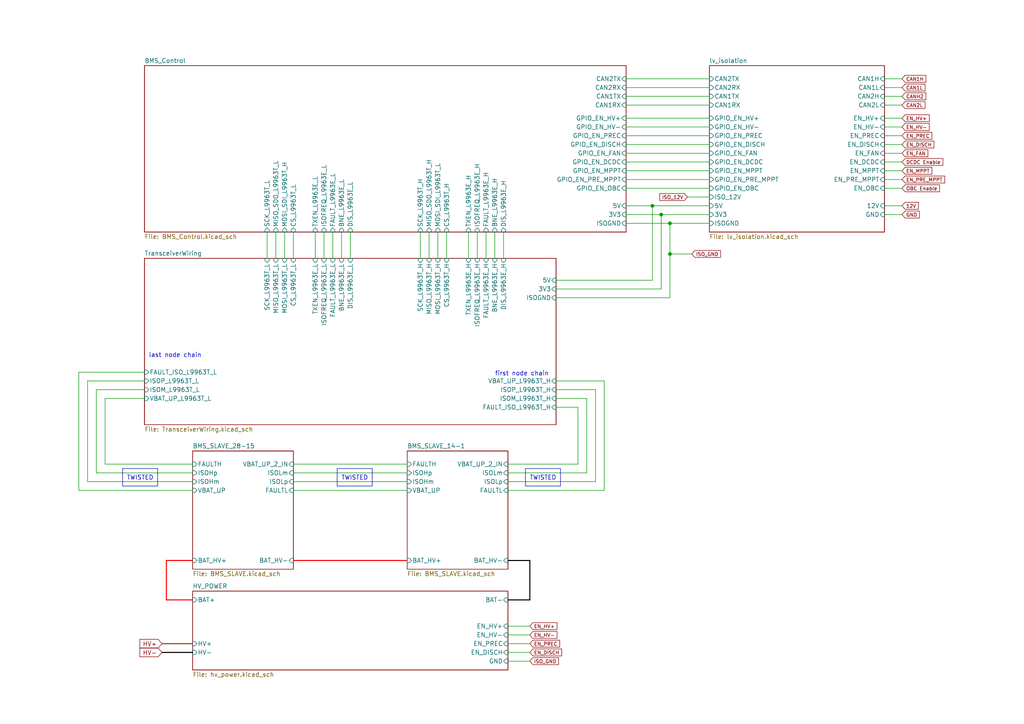
<source format=kicad_sch>
(kicad_sch
	(version 20250114)
	(generator "eeschema")
	(generator_version "9.0")
	(uuid "c31fe9fb-5de9-4d8b-851d-b3ae77944567")
	(paper "A4")
	(title_block
		(title "Main page")
		(date "2025-09-20")
		(rev "6.0")
	)
	(lib_symbols)
	(rectangle
		(start 97.79 135.89)
		(end 107.95 140.97)
		(stroke
			(width 0)
			(type default)
		)
		(fill
			(type none)
		)
		(uuid 12debf14-c677-4d82-8d67-71a0988f9933)
	)
	(rectangle
		(start 152.4 135.89)
		(end 162.56 140.97)
		(stroke
			(width 0)
			(type default)
		)
		(fill
			(type none)
		)
		(uuid 7cccb632-5922-48f5-a3b8-f3d76ecf37d3)
	)
	(rectangle
		(start 35.56 135.89)
		(end 45.72 140.97)
		(stroke
			(width 0)
			(type default)
		)
		(fill
			(type none)
		)
		(uuid 9e1dfd06-2cd2-4c41-af77-e59589a1c474)
	)
	(text "first node chain"
		(exclude_from_sim no)
		(at 151.384 108.458 0)
		(effects
			(font
				(size 1.27 1.27)
			)
		)
		(uuid "0adf6c6f-68ad-4ff5-960e-73ffcab89335")
	)
	(text "TWISTED"
		(exclude_from_sim no)
		(at 102.87 138.684 0)
		(effects
			(font
				(size 1.27 1.27)
			)
		)
		(uuid "11a32f24-2f63-46db-8516-ba07ab1829fb")
	)
	(text "TWISTED"
		(exclude_from_sim no)
		(at 157.48 138.684 0)
		(effects
			(font
				(size 1.27 1.27)
			)
		)
		(uuid "78988f78-1cdd-487f-bd14-4843f8f842f0")
	)
	(text "TWISTED"
		(exclude_from_sim no)
		(at 40.64 138.684 0)
		(effects
			(font
				(size 1.27 1.27)
			)
		)
		(uuid "91a69b52-a3ae-40f4-b9bd-8e1e9f81c401")
	)
	(text "last node chain"
		(exclude_from_sim no)
		(at 50.8 103.124 0)
		(effects
			(font
				(size 1.27 1.27)
			)
		)
		(uuid "ae7fb9b3-48e5-4590-8efc-3e5e61a6b69d")
	)
	(junction
		(at 189.23 59.69)
		(diameter 0)
		(color 0 0 0 0)
		(uuid "79d9dbe8-2a53-4dad-a008-91d3a7e5fcc2")
	)
	(junction
		(at 194.31 64.77)
		(diameter 0)
		(color 0 0 0 0)
		(uuid "948a4b7f-6703-4ee8-85e1-2662cad88e42")
	)
	(junction
		(at 194.31 73.66)
		(diameter 0)
		(color 0 0 0 0)
		(uuid "969e220b-387e-4444-b3b0-b172c018d197")
	)
	(junction
		(at 191.77 62.23)
		(diameter 0)
		(color 0 0 0 0)
		(uuid "cffad9bf-79ab-4ecb-9a9b-e261f44d5054")
	)
	(wire
		(pts
			(xy 138.43 67.31) (xy 138.43 74.93)
		)
		(stroke
			(width 0)
			(type default)
		)
		(uuid "0113d2af-1ed2-4925-8ee9-addd578e36e1")
	)
	(wire
		(pts
			(xy 191.77 62.23) (xy 205.74 62.23)
		)
		(stroke
			(width 0)
			(type default)
		)
		(uuid "07b9ed43-7a79-46ae-90c4-8850e2942338")
	)
	(wire
		(pts
			(xy 181.61 54.61) (xy 205.74 54.61)
		)
		(stroke
			(width 0)
			(type default)
		)
		(uuid "081ba64a-6588-453a-9589-2713a45c24df")
	)
	(wire
		(pts
			(xy 161.29 115.57) (xy 170.18 115.57)
		)
		(stroke
			(width 0)
			(type default)
		)
		(uuid "086954c8-bf71-4e5d-83ce-dfd96a5aadea")
	)
	(wire
		(pts
			(xy 46.99 186.69) (xy 55.88 186.69)
		)
		(stroke
			(width 0)
			(type default)
		)
		(uuid "0ab9a563-9e5c-4c34-820d-f7320878d35e")
	)
	(wire
		(pts
			(xy 48.26 162.56) (xy 48.26 173.99)
		)
		(stroke
			(width 0.3)
			(type default)
			(color 255 0 0 1)
		)
		(uuid "0cf37c03-aac2-4c15-92cc-b8c161ee01af")
	)
	(wire
		(pts
			(xy 153.67 162.56) (xy 153.67 173.99)
		)
		(stroke
			(width 0.3)
			(type default)
			(color 0 0 0 1)
		)
		(uuid "0f083e57-5433-4358-a24c-179db7bedf60")
	)
	(wire
		(pts
			(xy 199.39 57.15) (xy 205.74 57.15)
		)
		(stroke
			(width 0)
			(type default)
		)
		(uuid "103266cf-cb27-43c7-b295-2ae88e1ca842")
	)
	(wire
		(pts
			(xy 153.67 181.61) (xy 147.32 181.61)
		)
		(stroke
			(width 0)
			(type default)
		)
		(uuid "14da3cdb-fef3-490f-af45-dc55e81c75bd")
	)
	(wire
		(pts
			(xy 124.46 67.31) (xy 124.46 74.93)
		)
		(stroke
			(width 0)
			(type default)
		)
		(uuid "18658c34-105f-488c-a321-b68771dbaef5")
	)
	(wire
		(pts
			(xy 101.6 67.31) (xy 101.6 74.93)
		)
		(stroke
			(width 0)
			(type default)
		)
		(uuid "1975da14-8f72-420b-bfa4-cdedf29c82c8")
	)
	(wire
		(pts
			(xy 181.61 44.45) (xy 205.74 44.45)
		)
		(stroke
			(width 0)
			(type default)
		)
		(uuid "1ff5fe27-ed70-4012-9e8a-e262a5d880d5")
	)
	(wire
		(pts
			(xy 147.32 139.7) (xy 172.72 139.7)
		)
		(stroke
			(width 0)
			(type default)
		)
		(uuid "20e58a64-b208-4e0c-866a-4696c10cce0a")
	)
	(wire
		(pts
			(xy 261.62 49.53) (xy 256.54 49.53)
		)
		(stroke
			(width 0)
			(type default)
		)
		(uuid "228bf706-89b9-42de-91ea-232d2b1b5edb")
	)
	(wire
		(pts
			(xy 27.94 137.16) (xy 27.94 113.03)
		)
		(stroke
			(width 0)
			(type default)
		)
		(uuid "23cf768e-e283-47ed-9e06-8c7ffc4b87c7")
	)
	(wire
		(pts
			(xy 161.29 118.11) (xy 167.64 118.11)
		)
		(stroke
			(width 0)
			(type default)
		)
		(uuid "24e5d006-5df4-4762-984a-6e8f96acb9fd")
	)
	(wire
		(pts
			(xy 261.62 54.61) (xy 256.54 54.61)
		)
		(stroke
			(width 0)
			(type default)
		)
		(uuid "292738a7-873c-4f62-90f8-f77e02210b56")
	)
	(wire
		(pts
			(xy 153.67 184.15) (xy 147.32 184.15)
		)
		(stroke
			(width 0)
			(type default)
		)
		(uuid "2a50895a-9c44-47e3-8f82-dbb16d7ee1c3")
	)
	(wire
		(pts
			(xy 181.61 36.83) (xy 205.74 36.83)
		)
		(stroke
			(width 0)
			(type default)
		)
		(uuid "31820f45-cf65-4318-b918-f55bd3b0dc59")
	)
	(wire
		(pts
			(xy 181.61 22.86) (xy 205.74 22.86)
		)
		(stroke
			(width 0)
			(type default)
		)
		(uuid "36825dd5-541c-4103-b8f0-e089d506bba1")
	)
	(wire
		(pts
			(xy 140.97 67.31) (xy 140.97 74.93)
		)
		(stroke
			(width 0)
			(type default)
		)
		(uuid "369d310b-20a2-4aa1-bb02-943dc59a0135")
	)
	(wire
		(pts
			(xy 153.67 191.77) (xy 147.32 191.77)
		)
		(stroke
			(width 0)
			(type default)
		)
		(uuid "37b142f2-d5db-4661-b3d6-318296601049")
	)
	(wire
		(pts
			(xy 161.29 110.49) (xy 175.26 110.49)
		)
		(stroke
			(width 0)
			(type default)
		)
		(uuid "37c8c2d5-c15f-45b2-9137-c7d369432771")
	)
	(wire
		(pts
			(xy 129.54 67.31) (xy 129.54 74.93)
		)
		(stroke
			(width 0)
			(type default)
		)
		(uuid "40184536-db8f-422c-a3d3-d4eab1ad1858")
	)
	(wire
		(pts
			(xy 181.61 46.99) (xy 205.74 46.99)
		)
		(stroke
			(width 0)
			(type default)
		)
		(uuid "41be7e51-9e75-466e-82d8-6316e4f8b489")
	)
	(wire
		(pts
			(xy 172.72 139.7) (xy 172.72 113.03)
		)
		(stroke
			(width 0)
			(type default)
		)
		(uuid "47a6f1e4-80d9-4bbb-94b7-b6d19fa3f8c4")
	)
	(wire
		(pts
			(xy 161.29 86.36) (xy 194.31 86.36)
		)
		(stroke
			(width 0)
			(type default)
		)
		(uuid "47b3c83e-498e-4ceb-961b-c7fa25c9de39")
	)
	(wire
		(pts
			(xy 93.98 67.31) (xy 93.98 74.93)
		)
		(stroke
			(width 0)
			(type default)
		)
		(uuid "4869ec9f-0fcf-4837-b294-1c141d98cad2")
	)
	(wire
		(pts
			(xy 25.4 110.49) (xy 41.91 110.49)
		)
		(stroke
			(width 0)
			(type default)
		)
		(uuid "4bc894cf-011a-473f-a9b7-eecc6269b666")
	)
	(wire
		(pts
			(xy 55.88 137.16) (xy 27.94 137.16)
		)
		(stroke
			(width 0)
			(type default)
		)
		(uuid "4c87bee3-0f45-4d7a-9473-096d4c60c589")
	)
	(wire
		(pts
			(xy 99.06 67.31) (xy 99.06 74.93)
		)
		(stroke
			(width 0)
			(type default)
		)
		(uuid "4cf66574-f914-449c-bb2e-357ef7e9af11")
	)
	(wire
		(pts
			(xy 46.99 189.23) (xy 55.88 189.23)
		)
		(stroke
			(width 0.3)
			(type default)
			(color 0 0 0 1)
		)
		(uuid "4dccc0c7-bf47-4ab5-8fad-6732ee7e7716")
	)
	(wire
		(pts
			(xy 181.61 25.4) (xy 205.74 25.4)
		)
		(stroke
			(width 0)
			(type default)
		)
		(uuid "56fde288-9421-487e-a612-85e848b1f564")
	)
	(wire
		(pts
			(xy 200.66 73.66) (xy 194.31 73.66)
		)
		(stroke
			(width 0)
			(type default)
		)
		(uuid "57a715c8-eed3-4d9b-805e-8610a65ebdf0")
	)
	(wire
		(pts
			(xy 135.89 67.31) (xy 135.89 74.93)
		)
		(stroke
			(width 0)
			(type default)
		)
		(uuid "5835279d-2148-41fb-b029-3b5317efee00")
	)
	(wire
		(pts
			(xy 181.61 39.37) (xy 205.74 39.37)
		)
		(stroke
			(width 0)
			(type default)
		)
		(uuid "58f1e7e1-233e-4bc9-9bb4-c2d76aac9910")
	)
	(wire
		(pts
			(xy 189.23 59.69) (xy 205.74 59.69)
		)
		(stroke
			(width 0)
			(type default)
		)
		(uuid "5993a5f0-aea0-4d63-ae5b-0b43d2719be6")
	)
	(wire
		(pts
			(xy 48.26 162.56) (xy 55.88 162.56)
		)
		(stroke
			(width 0.3)
			(type default)
			(color 255 0 0 1)
		)
		(uuid "5ad456d4-f03a-41b5-a7c0-28d96211bb9e")
	)
	(wire
		(pts
			(xy 261.62 62.23) (xy 256.54 62.23)
		)
		(stroke
			(width 0)
			(type default)
		)
		(uuid "5ad9d854-a85c-47c1-9dfb-a2525d89c3e5")
	)
	(wire
		(pts
			(xy 127 67.31) (xy 127 74.93)
		)
		(stroke
			(width 0)
			(type default)
		)
		(uuid "5b4be1fe-47c3-4ccc-bfbc-277b120ccaee")
	)
	(wire
		(pts
			(xy 167.64 134.62) (xy 167.64 118.11)
		)
		(stroke
			(width 0)
			(type default)
		)
		(uuid "5cd0c231-0217-4114-b8f0-af873bfdd92f")
	)
	(wire
		(pts
			(xy 25.4 110.49) (xy 25.4 139.7)
		)
		(stroke
			(width 0)
			(type default)
		)
		(uuid "5dde7cbf-7f90-4550-9ca9-9d4720b49afa")
	)
	(wire
		(pts
			(xy 153.67 189.23) (xy 147.32 189.23)
		)
		(stroke
			(width 0)
			(type default)
		)
		(uuid "5de6ae1b-c575-41e9-a639-670bd0c27dfc")
	)
	(wire
		(pts
			(xy 46.99 186.69) (xy 55.88 186.69)
		)
		(stroke
			(width 0.3)
			(type default)
			(color 255 0 0 1)
		)
		(uuid "6549c9eb-1058-4f5e-82eb-4045294f991e")
	)
	(wire
		(pts
			(xy 181.61 34.29) (xy 205.74 34.29)
		)
		(stroke
			(width 0)
			(type default)
		)
		(uuid "691dfd8e-5c29-4e65-90c1-c4ef7fc49066")
	)
	(wire
		(pts
			(xy 30.48 134.62) (xy 55.88 134.62)
		)
		(stroke
			(width 0)
			(type default)
		)
		(uuid "69a1a304-e287-4fdb-a683-ac58c47c7b69")
	)
	(wire
		(pts
			(xy 191.77 83.82) (xy 161.29 83.82)
		)
		(stroke
			(width 0)
			(type default)
		)
		(uuid "6bb248da-66f9-41c9-98f9-91f6be74b363")
	)
	(wire
		(pts
			(xy 261.62 46.99) (xy 256.54 46.99)
		)
		(stroke
			(width 0)
			(type default)
		)
		(uuid "6cf90bc5-7343-4cc2-9e4a-ad5c7a38fed6")
	)
	(wire
		(pts
			(xy 261.62 34.29) (xy 256.54 34.29)
		)
		(stroke
			(width 0)
			(type default)
		)
		(uuid "6e02c310-5709-477a-8707-4f96ba2a5b57")
	)
	(wire
		(pts
			(xy 22.86 107.95) (xy 41.91 107.95)
		)
		(stroke
			(width 0)
			(type default)
		)
		(uuid "7789a1ec-a2d7-4253-b189-584324e7c743")
	)
	(wire
		(pts
			(xy 261.62 27.94) (xy 256.54 27.94)
		)
		(stroke
			(width 0)
			(type default)
		)
		(uuid "782ae3f7-e6e9-4e5d-a9e9-facf1d53fd3b")
	)
	(wire
		(pts
			(xy 175.26 142.24) (xy 147.32 142.24)
		)
		(stroke
			(width 0)
			(type default)
		)
		(uuid "783b5996-8445-4561-8798-3c1318a6dbda")
	)
	(wire
		(pts
			(xy 181.61 49.53) (xy 205.74 49.53)
		)
		(stroke
			(width 0)
			(type default)
		)
		(uuid "7bbcf77e-2234-4ebb-886a-60b721a621a6")
	)
	(wire
		(pts
			(xy 22.86 142.24) (xy 22.86 107.95)
		)
		(stroke
			(width 0)
			(type default)
		)
		(uuid "7ee8114f-e174-4eb1-969b-bc3baafd5e82")
	)
	(wire
		(pts
			(xy 85.09 137.16) (xy 118.11 137.16)
		)
		(stroke
			(width 0)
			(type default)
		)
		(uuid "7f07508e-f797-449f-b9fc-e6f0236d5399")
	)
	(wire
		(pts
			(xy 85.09 162.56) (xy 118.11 162.56)
		)
		(stroke
			(width 0.3)
			(type default)
			(color 255 0 0 1)
		)
		(uuid "803af971-e92f-4749-8ea4-c9e063d422f9")
	)
	(wire
		(pts
			(xy 181.61 52.07) (xy 205.74 52.07)
		)
		(stroke
			(width 0)
			(type default)
		)
		(uuid "83593436-3712-4180-aa42-a4b2b46b9735")
	)
	(wire
		(pts
			(xy 261.62 30.48) (xy 256.54 30.48)
		)
		(stroke
			(width 0)
			(type default)
		)
		(uuid "8433d0d1-5476-4601-a43d-6522f5d81c2c")
	)
	(wire
		(pts
			(xy 194.31 64.77) (xy 194.31 73.66)
		)
		(stroke
			(width 0)
			(type default)
		)
		(uuid "8782378d-ee7c-4252-9f6e-30fe68838b35")
	)
	(wire
		(pts
			(xy 147.32 134.62) (xy 167.64 134.62)
		)
		(stroke
			(width 0)
			(type default)
		)
		(uuid "87c19ea1-1897-41a5-8602-8072e6e07bd3")
	)
	(wire
		(pts
			(xy 85.09 142.24) (xy 118.11 142.24)
		)
		(stroke
			(width 0)
			(type default)
		)
		(uuid "88da20ec-7fb0-4696-a0da-dfb03f394122")
	)
	(wire
		(pts
			(xy 181.61 41.91) (xy 205.74 41.91)
		)
		(stroke
			(width 0)
			(type default)
		)
		(uuid "8b9a95e4-ab4d-4442-a23e-a4c181fb008c")
	)
	(wire
		(pts
			(xy 170.18 115.57) (xy 170.18 137.16)
		)
		(stroke
			(width 0)
			(type default)
		)
		(uuid "8e224d80-570e-4be6-9947-74e6e5cda678")
	)
	(wire
		(pts
			(xy 261.62 52.07) (xy 256.54 52.07)
		)
		(stroke
			(width 0)
			(type default)
		)
		(uuid "91d0d85e-2083-4509-be6d-9ab4136ab3d2")
	)
	(wire
		(pts
			(xy 261.62 59.69) (xy 256.54 59.69)
		)
		(stroke
			(width 0)
			(type default)
		)
		(uuid "94690378-8a44-49a0-9a80-670bad8095c2")
	)
	(wire
		(pts
			(xy 153.67 186.69) (xy 147.32 186.69)
		)
		(stroke
			(width 0)
			(type default)
		)
		(uuid "97c56897-74ba-4c73-bf2a-cb2eac06ae1f")
	)
	(wire
		(pts
			(xy 181.61 62.23) (xy 191.77 62.23)
		)
		(stroke
			(width 0)
			(type default)
		)
		(uuid "9b16bd2d-0a70-4256-9449-477165a88510")
	)
	(wire
		(pts
			(xy 48.26 173.99) (xy 55.88 173.99)
		)
		(stroke
			(width 0.3)
			(type default)
			(color 255 0 0 1)
		)
		(uuid "9bf9784f-0021-46bb-a051-40e687070ead")
	)
	(wire
		(pts
			(xy 191.77 62.23) (xy 191.77 83.82)
		)
		(stroke
			(width 0)
			(type default)
		)
		(uuid "9c6be601-d0f6-41e9-a585-0f520ecadd28")
	)
	(wire
		(pts
			(xy 261.62 25.4) (xy 256.54 25.4)
		)
		(stroke
			(width 0)
			(type default)
		)
		(uuid "9ed39e16-03b8-4b0a-8488-ea6306478929")
	)
	(wire
		(pts
			(xy 143.51 67.31) (xy 143.51 74.93)
		)
		(stroke
			(width 0)
			(type default)
		)
		(uuid "af501dbb-1325-425a-81b2-a6beb0bb4e96")
	)
	(wire
		(pts
			(xy 261.62 41.91) (xy 256.54 41.91)
		)
		(stroke
			(width 0)
			(type default)
		)
		(uuid "b17a86f9-b175-47bf-9283-78cbd8c9dca8")
	)
	(wire
		(pts
			(xy 85.09 139.7) (xy 118.11 139.7)
		)
		(stroke
			(width 0)
			(type default)
		)
		(uuid "b3592fb1-0bb6-4cd7-b91a-ab5da0071de3")
	)
	(wire
		(pts
			(xy 261.62 44.45) (xy 256.54 44.45)
		)
		(stroke
			(width 0)
			(type default)
		)
		(uuid "b47c2e28-d322-4fd7-b335-883b06ef2966")
	)
	(wire
		(pts
			(xy 194.31 73.66) (xy 194.31 86.36)
		)
		(stroke
			(width 0)
			(type default)
		)
		(uuid "b63298d0-8d6d-4083-9b41-fc20c5fd74c8")
	)
	(wire
		(pts
			(xy 181.61 30.48) (xy 205.74 30.48)
		)
		(stroke
			(width 0)
			(type default)
		)
		(uuid "bb3bde70-60a4-4cd1-8695-d2052e727f86")
	)
	(wire
		(pts
			(xy 194.31 64.77) (xy 205.74 64.77)
		)
		(stroke
			(width 0)
			(type default)
		)
		(uuid "bf8265f9-494e-4d37-8f19-315096eef49c")
	)
	(wire
		(pts
			(xy 91.44 67.31) (xy 91.44 74.93)
		)
		(stroke
			(width 0)
			(type default)
		)
		(uuid "bfdf87bc-a551-4747-85ed-cea72c86771d")
	)
	(wire
		(pts
			(xy 96.52 67.31) (xy 96.52 74.93)
		)
		(stroke
			(width 0)
			(type default)
		)
		(uuid "c15d633e-cb2c-4757-94e1-3cd7b61c0e8f")
	)
	(wire
		(pts
			(xy 85.09 134.62) (xy 118.11 134.62)
		)
		(stroke
			(width 0)
			(type default)
		)
		(uuid "c4f4b8ca-0d54-4a8b-9847-c9e6db9ff597")
	)
	(wire
		(pts
			(xy 153.67 173.99) (xy 147.32 173.99)
		)
		(stroke
			(width 0.3)
			(type default)
			(color 0 0 0 1)
		)
		(uuid "c66f4e49-33d1-40aa-9767-e40df6bb8523")
	)
	(wire
		(pts
			(xy 30.48 115.57) (xy 30.48 134.62)
		)
		(stroke
			(width 0)
			(type default)
		)
		(uuid "c7e0337c-f023-4b9d-a7b8-b71020fbc84d")
	)
	(wire
		(pts
			(xy 121.92 67.31) (xy 121.92 74.93)
		)
		(stroke
			(width 0)
			(type default)
		)
		(uuid "cb328b20-3736-4d38-9454-01eb19ee28ed")
	)
	(wire
		(pts
			(xy 27.94 113.03) (xy 41.91 113.03)
		)
		(stroke
			(width 0)
			(type default)
		)
		(uuid "ce911b55-d30e-46f3-b977-2dd1112b138d")
	)
	(wire
		(pts
			(xy 77.47 67.31) (xy 77.47 74.93)
		)
		(stroke
			(width 0)
			(type default)
		)
		(uuid "da518fcb-5b2f-4d19-8ebe-c5533e66588d")
	)
	(wire
		(pts
			(xy 175.26 110.49) (xy 175.26 142.24)
		)
		(stroke
			(width 0)
			(type default)
		)
		(uuid "dc87185b-bfa8-474e-b2d7-e326d8061bdd")
	)
	(wire
		(pts
			(xy 85.09 67.31) (xy 85.09 74.93)
		)
		(stroke
			(width 0)
			(type default)
		)
		(uuid "dc89d57d-fe9c-401e-9a82-871d4501b754")
	)
	(wire
		(pts
			(xy 82.55 67.31) (xy 82.55 74.93)
		)
		(stroke
			(width 0)
			(type default)
		)
		(uuid "dedde2b9-97c3-465f-a717-a55abdf16670")
	)
	(wire
		(pts
			(xy 48.26 173.99) (xy 48.26 162.56)
		)
		(stroke
			(width 0)
			(type default)
		)
		(uuid "dfd5aea5-b105-4000-870b-f7406f2cd21a")
	)
	(wire
		(pts
			(xy 146.05 67.31) (xy 146.05 74.93)
		)
		(stroke
			(width 0)
			(type default)
		)
		(uuid "e04372cb-5157-457e-a3a4-914c8e83d68f")
	)
	(wire
		(pts
			(xy 261.62 39.37) (xy 256.54 39.37)
		)
		(stroke
			(width 0)
			(type default)
		)
		(uuid "e36df45b-f8c0-4829-aadb-5cd628a88485")
	)
	(wire
		(pts
			(xy 22.86 142.24) (xy 55.88 142.24)
		)
		(stroke
			(width 0)
			(type default)
		)
		(uuid "e5ffe284-0c3a-4747-9ff9-eea59d2279da")
	)
	(wire
		(pts
			(xy 30.48 115.57) (xy 41.91 115.57)
		)
		(stroke
			(width 0)
			(type default)
		)
		(uuid "e61913cd-4f85-4d95-ac1f-5f85dd7b93f2")
	)
	(wire
		(pts
			(xy 170.18 137.16) (xy 147.32 137.16)
		)
		(stroke
			(width 0)
			(type default)
		)
		(uuid "e94cf1fe-8dd4-4249-ab97-409e1ae1333e")
	)
	(wire
		(pts
			(xy 189.23 59.69) (xy 181.61 59.69)
		)
		(stroke
			(width 0)
			(type default)
		)
		(uuid "edecfd18-ec39-4f4d-a38e-7bcc17e2a362")
	)
	(wire
		(pts
			(xy 172.72 113.03) (xy 161.29 113.03)
		)
		(stroke
			(width 0)
			(type default)
		)
		(uuid "efc27a37-c3fc-461f-b68b-2ed32434a2b9")
	)
	(wire
		(pts
			(xy 80.01 67.31) (xy 80.01 74.93)
		)
		(stroke
			(width 0)
			(type default)
		)
		(uuid "f01c148b-beed-45d3-a2d1-e9abf79ec64c")
	)
	(wire
		(pts
			(xy 25.4 139.7) (xy 55.88 139.7)
		)
		(stroke
			(width 0)
			(type default)
		)
		(uuid "f07ed3dc-466c-45a8-bbba-761276310ed4")
	)
	(wire
		(pts
			(xy 181.61 27.94) (xy 205.74 27.94)
		)
		(stroke
			(width 0)
			(type default)
		)
		(uuid "f53a4a4b-0590-43e4-b72e-b7236a1acc2b")
	)
	(wire
		(pts
			(xy 147.32 162.56) (xy 153.67 162.56)
		)
		(stroke
			(width 0.3)
			(type default)
			(color 0 0 0 1)
		)
		(uuid "f7ee08da-0aee-4275-9809-3001ade4b1f7")
	)
	(wire
		(pts
			(xy 189.23 81.28) (xy 189.23 59.69)
		)
		(stroke
			(width 0)
			(type default)
		)
		(uuid "fa7013fb-3f02-4ef8-8642-eee23da28d38")
	)
	(wire
		(pts
			(xy 261.62 22.86) (xy 256.54 22.86)
		)
		(stroke
			(width 0)
			(type default)
		)
		(uuid "fc34834f-eb22-4f37-860e-2dd5b901e131")
	)
	(wire
		(pts
			(xy 194.31 64.77) (xy 181.61 64.77)
		)
		(stroke
			(width 0)
			(type default)
		)
		(uuid "fe34c74f-7df9-4d7c-81d9-863f8c99bb2b")
	)
	(wire
		(pts
			(xy 161.29 81.28) (xy 189.23 81.28)
		)
		(stroke
			(width 0)
			(type default)
		)
		(uuid "feacac5d-6dcf-435b-9e7d-627c30a997f9")
	)
	(wire
		(pts
			(xy 261.62 36.83) (xy 256.54 36.83)
		)
		(stroke
			(width 0)
			(type default)
		)
		(uuid "ffc43aca-9676-4624-a3ad-de432da959c5")
	)
	(global_label "12V"
		(shape input)
		(at 261.62 59.69 0)
		(fields_autoplaced yes)
		(effects
			(font
				(size 1.016 1.016)
			)
			(justify left)
		)
		(uuid "15f4682b-f19e-4fed-ba85-3bc70db2377d")
		(property "Intersheetrefs" "${INTERSHEET_REFS}"
			(at 268.1128 59.69 0)
			(effects
				(font
					(size 1.27 1.27)
				)
				(justify left)
				(hide yes)
			)
		)
	)
	(global_label "CAN1H"
		(shape input)
		(at 261.62 22.86 0)
		(fields_autoplaced yes)
		(effects
			(font
				(size 1.016 1.016)
			)
			(justify left)
		)
		(uuid "24d6a228-5bda-45d5-ad7d-e06460b09e13")
		(property "Intersheetrefs" "${INTERSHEET_REFS}"
			(at 268.9912 22.86 0)
			(effects
				(font
					(size 1.27 1.27)
				)
				(justify left)
				(hide yes)
			)
		)
	)
	(global_label "HV+"
		(shape input)
		(at 46.99 186.69 180)
		(fields_autoplaced yes)
		(effects
			(font
				(size 1.27 1.27)
			)
			(justify right)
		)
		(uuid "2a5f147c-0c79-41d2-9a42-b9069d121be2")
		(property "Intersheetrefs" "${INTERSHEET_REFS}"
			(at 40.0133 186.69 0)
			(effects
				(font
					(size 1.27 1.27)
				)
				(justify right)
				(hide yes)
			)
		)
	)
	(global_label "DCDC Enable"
		(shape input)
		(at 261.62 46.99 0)
		(fields_autoplaced yes)
		(effects
			(font
				(size 1.016 1.016)
			)
			(justify left)
		)
		(uuid "368e9462-409e-4ca7-ad6b-4a856474010c")
		(property "Intersheetrefs" "${INTERSHEET_REFS}"
			(at 277.0026 46.99 0)
			(effects
				(font
					(size 1.27 1.27)
				)
				(justify left)
				(hide yes)
			)
		)
	)
	(global_label "EN_PREC"
		(shape input)
		(at 261.62 39.37 0)
		(fields_autoplaced yes)
		(effects
			(font
				(size 1.016 1.016)
			)
			(justify left)
		)
		(uuid "3a223731-cfc3-4e45-a52c-fd9dde62bf2a")
		(property "Intersheetrefs" "${INTERSHEET_REFS}"
			(at 273.0113 39.37 0)
			(effects
				(font
					(size 1.27 1.27)
				)
				(justify left)
				(hide yes)
			)
		)
	)
	(global_label "ISO_12V"
		(shape input)
		(at 199.39 57.15 180)
		(fields_autoplaced yes)
		(effects
			(font
				(size 1.016 1.016)
			)
			(justify right)
		)
		(uuid "43ef7b3b-fe6a-448a-9487-4408039e1a7f")
		(property "Intersheetrefs" "${INTERSHEET_REFS}"
			(at 190.9061 57.15 0)
			(effects
				(font
					(size 1.27 1.27)
				)
				(justify right)
				(hide yes)
			)
		)
	)
	(global_label "CAN2L"
		(shape input)
		(at 261.62 30.48 0)
		(fields_autoplaced yes)
		(effects
			(font
				(size 1.016 1.016)
			)
			(justify left)
		)
		(uuid "476c1657-895c-4ac2-85ee-b06b0fa681a8")
		(property "Intersheetrefs" "${INTERSHEET_REFS}"
			(at 268.7493 30.48 0)
			(effects
				(font
					(size 1.27 1.27)
				)
				(justify left)
				(hide yes)
			)
		)
	)
	(global_label "EN_PREC"
		(shape input)
		(at 153.67 186.69 0)
		(fields_autoplaced yes)
		(effects
			(font
				(size 1.016 1.016)
			)
			(justify left)
		)
		(uuid "5d159b30-2694-494f-ab4e-40120e66c98a")
		(property "Intersheetrefs" "${INTERSHEET_REFS}"
			(at 165.0613 186.69 0)
			(effects
				(font
					(size 1.27 1.27)
				)
				(justify left)
				(hide yes)
			)
		)
	)
	(global_label "EN_HV+"
		(shape input)
		(at 153.67 181.61 0)
		(fields_autoplaced yes)
		(effects
			(font
				(size 1.016 1.016)
			)
			(justify left)
		)
		(uuid "5f1bbff6-edc5-4651-9403-0c654ea59ed1")
		(property "Intersheetrefs" "${INTERSHEET_REFS}"
			(at 162.0088 181.61 0)
			(effects
				(font
					(size 1.27 1.27)
				)
				(justify left)
				(hide yes)
			)
		)
	)
	(global_label "ISO_GND"
		(shape input)
		(at 153.67 191.77 0)
		(fields_autoplaced yes)
		(effects
			(font
				(size 1.016 1.016)
			)
			(justify left)
		)
		(uuid "74b62a83-fa09-4c23-b6d0-7a30dbfb0cdd")
		(property "Intersheetrefs" "${INTERSHEET_REFS}"
			(at 162.4442 191.77 0)
			(effects
				(font
					(size 1.27 1.27)
				)
				(justify left)
				(hide yes)
			)
		)
	)
	(global_label "EN_PRE_MPPT"
		(shape input)
		(at 261.62 52.07 0)
		(fields_autoplaced yes)
		(effects
			(font
				(size 1.016 1.016)
			)
			(justify left)
		)
		(uuid "883628bc-3c9a-4276-84a0-4ac545a3828d")
		(property "Intersheetrefs" "${INTERSHEET_REFS}"
			(at 277.6679 52.07 0)
			(effects
				(font
					(size 1.27 1.27)
				)
				(justify left)
				(hide yes)
			)
		)
	)
	(global_label "EN_DISCH"
		(shape input)
		(at 153.67 189.23 0)
		(fields_autoplaced yes)
		(effects
			(font
				(size 1.016 1.016)
			)
			(justify left)
		)
		(uuid "8c5141e5-b814-48bb-95bc-87c48dbe524d")
		(property "Intersheetrefs" "${INTERSHEET_REFS}"
			(at 163.3634 189.23 0)
			(effects
				(font
					(size 1.27 1.27)
				)
				(justify left)
				(hide yes)
			)
		)
	)
	(global_label "EN_HV+"
		(shape input)
		(at 261.62 34.29 0)
		(fields_autoplaced yes)
		(effects
			(font
				(size 1.016 1.016)
			)
			(justify left)
		)
		(uuid "93f3b15e-c8cd-4e06-b771-f9ac49dafede")
		(property "Intersheetrefs" "${INTERSHEET_REFS}"
			(at 269.9588 34.29 0)
			(effects
				(font
					(size 1.27 1.27)
				)
				(justify left)
				(hide yes)
			)
		)
	)
	(global_label "HV-"
		(shape input)
		(at 46.99 189.23 180)
		(fields_autoplaced yes)
		(effects
			(font
				(size 1.27 1.27)
			)
			(justify right)
		)
		(uuid "9843c6a0-6411-4938-801a-f19436dd5c77")
		(property "Intersheetrefs" "${INTERSHEET_REFS}"
			(at 40.0133 189.23 0)
			(effects
				(font
					(size 1.27 1.27)
				)
				(justify right)
				(hide yes)
			)
		)
	)
	(global_label "CANH2"
		(shape input)
		(at 261.62 27.94 0)
		(fields_autoplaced yes)
		(effects
			(font
				(size 1.016 1.016)
			)
			(justify left)
		)
		(uuid "aba9e507-3cab-45cc-8527-ab7ccbc91be8")
		(property "Intersheetrefs" "${INTERSHEET_REFS}"
			(at 268.9912 27.94 0)
			(effects
				(font
					(size 1.27 1.27)
				)
				(justify left)
				(hide yes)
			)
		)
	)
	(global_label "EN_MPPT"
		(shape input)
		(at 261.62 49.53 0)
		(fields_autoplaced yes)
		(effects
			(font
				(size 1.016 1.016)
			)
			(justify left)
		)
		(uuid "b68bda54-3d03-444b-87f4-778d01e45ac8")
		(property "Intersheetrefs" "${INTERSHEET_REFS}"
			(at 273.0113 49.53 0)
			(effects
				(font
					(size 1.27 1.27)
				)
				(justify left)
				(hide yes)
			)
		)
	)
	(global_label "GND"
		(shape input)
		(at 261.62 62.23 0)
		(fields_autoplaced yes)
		(effects
			(font
				(size 1.016 1.016)
			)
			(justify left)
		)
		(uuid "ba29a3b5-34b0-4670-bf0b-0d0b46540cfd")
		(property "Intersheetrefs" "${INTERSHEET_REFS}"
			(at 268.4757 62.23 0)
			(effects
				(font
					(size 1.27 1.27)
				)
				(justify left)
				(hide yes)
			)
		)
	)
	(global_label "EN_HV-"
		(shape input)
		(at 261.62 36.83 0)
		(fields_autoplaced yes)
		(effects
			(font
				(size 1.016 1.016)
			)
			(justify left)
		)
		(uuid "bc67aa6c-3d07-4b10-a68d-87986ac96279")
		(property "Intersheetrefs" "${INTERSHEET_REFS}"
			(at 269.9588 36.83 0)
			(effects
				(font
					(size 1.27 1.27)
				)
				(justify left)
				(hide yes)
			)
		)
	)
	(global_label "EN_HV-"
		(shape input)
		(at 153.67 184.15 0)
		(fields_autoplaced yes)
		(effects
			(font
				(size 1.016 1.016)
			)
			(justify left)
		)
		(uuid "cd640b13-f09f-4c97-8d54-5b3bf8c9e6a0")
		(property "Intersheetrefs" "${INTERSHEET_REFS}"
			(at 162.0088 184.15 0)
			(effects
				(font
					(size 1.27 1.27)
				)
				(justify left)
				(hide yes)
			)
		)
	)
	(global_label "EN_DISCH"
		(shape input)
		(at 261.62 41.91 0)
		(fields_autoplaced yes)
		(effects
			(font
				(size 1.016 1.016)
			)
			(justify left)
		)
		(uuid "db1a1e88-a22a-487a-b8f6-61b6227e5e60")
		(property "Intersheetrefs" "${INTERSHEET_REFS}"
			(at 271.3134 41.91 0)
			(effects
				(font
					(size 1.27 1.27)
				)
				(justify left)
				(hide yes)
			)
		)
	)
	(global_label "EN_FAN"
		(shape input)
		(at 261.62 44.45 0)
		(fields_autoplaced yes)
		(effects
			(font
				(size 1.016 1.016)
			)
			(justify left)
		)
		(uuid "dfd6e4bf-cf05-4d6b-8a93-daf943cf9113")
		(property "Intersheetrefs" "${INTERSHEET_REFS}"
			(at 271.56 44.45 0)
			(effects
				(font
					(size 1.27 1.27)
				)
				(justify left)
				(hide yes)
			)
		)
	)
	(global_label "ISO_GND"
		(shape input)
		(at 200.66 73.66 0)
		(fields_autoplaced yes)
		(effects
			(font
				(size 1.016 1.016)
			)
			(justify left)
		)
		(uuid "e004986b-9034-4549-988c-9197b1223856")
		(property "Intersheetrefs" "${INTERSHEET_REFS}"
			(at 209.4342 73.66 0)
			(effects
				(font
					(size 1.27 1.27)
				)
				(justify left)
				(hide yes)
			)
		)
	)
	(global_label "OBC Enable"
		(shape input)
		(at 261.62 54.61 0)
		(fields_autoplaced yes)
		(effects
			(font
				(size 1.016 1.016)
			)
			(justify left)
		)
		(uuid "e2f5e897-7441-4353-b7a0-c8b0390fd2a0")
		(property "Intersheetrefs" "${INTERSHEET_REFS}"
			(at 275.7931 54.61 0)
			(effects
				(font
					(size 1.27 1.27)
				)
				(justify left)
				(hide yes)
			)
		)
	)
	(global_label "CAN1L"
		(shape input)
		(at 261.62 25.4 0)
		(fields_autoplaced yes)
		(effects
			(font
				(size 1.016 1.016)
			)
			(justify left)
		)
		(uuid "ee375741-3dcd-4e41-8edf-e2dd4ae83cfd")
		(property "Intersheetrefs" "${INTERSHEET_REFS}"
			(at 268.7493 25.4 0)
			(effects
				(font
					(size 1.27 1.27)
				)
				(justify left)
				(hide yes)
			)
		)
	)
	(sheet
		(at 55.88 171.45)
		(size 91.44 22.86)
		(exclude_from_sim no)
		(in_bom yes)
		(on_board yes)
		(dnp no)
		(fields_autoplaced yes)
		(stroke
			(width 0.1524)
			(type solid)
		)
		(fill
			(color 0 0 0 0.0000)
		)
		(uuid "4ddb714e-45c4-4590-a4b3-02d0c2cddaec")
		(property "Sheetname" "HV_POWER"
			(at 55.88 170.7384 0)
			(effects
				(font
					(size 1.27 1.27)
				)
				(justify left bottom)
			)
		)
		(property "Sheetfile" "hv_power.kicad_sch"
			(at 55.88 194.8946 0)
			(effects
				(font
					(size 1.27 1.27)
				)
				(justify left top)
			)
		)
		(pin "BAT+" input
			(at 55.88 173.99 180)
			(uuid "08b2a334-6412-45d1-a02c-9795e605d521")
			(effects
				(font
					(size 1.27 1.27)
				)
				(justify left)
			)
		)
		(pin "GND" input
			(at 147.32 191.77 0)
			(uuid "bc7f8858-b354-43f1-bf77-adac7ca1c2d1")
			(effects
				(font
					(size 1.27 1.27)
				)
				(justify right)
			)
		)
		(pin "HV-" input
			(at 55.88 189.23 180)
			(uuid "7fdcf3d8-bb93-4e6a-9758-e18bb6783103")
			(effects
				(font
					(size 1.27 1.27)
				)
				(justify left)
			)
		)
		(pin "EN_HV-" input
			(at 147.32 184.15 0)
			(uuid "a0b2413b-bd50-4e11-a5ba-ae3275f714a4")
			(effects
				(font
					(size 1.27 1.27)
				)
				(justify right)
			)
		)
		(pin "HV+" input
			(at 55.88 186.69 180)
			(uuid "15b0bc5e-6b36-4561-b1e5-7b673840fd14")
			(effects
				(font
					(size 1.27 1.27)
				)
				(justify left)
			)
		)
		(pin "EN_HV+" input
			(at 147.32 181.61 0)
			(uuid "9398c083-1f93-4b31-ab90-3ee7f6602a54")
			(effects
				(font
					(size 1.27 1.27)
				)
				(justify right)
			)
		)
		(pin "EN_PREC" input
			(at 147.32 186.69 0)
			(uuid "1fceba09-02ae-4481-b51f-a6484b0206a2")
			(effects
				(font
					(size 1.27 1.27)
				)
				(justify right)
			)
		)
		(pin "EN_DISCH" input
			(at 147.32 189.23 0)
			(uuid "e6e4f677-1f14-4ebd-9721-6a551afce23b")
			(effects
				(font
					(size 1.27 1.27)
				)
				(justify right)
			)
		)
		(pin "BAT-" input
			(at 147.32 173.99 0)
			(uuid "3a632019-ba38-4ebe-9c09-54af1fff5536")
			(effects
				(font
					(size 1.27 1.27)
				)
				(justify right)
			)
		)
		(instances
			(project "TestLogica"
				(path "/c31fe9fb-5de9-4d8b-851d-b3ae77944567"
					(page "7")
				)
			)
		)
	)
	(sheet
		(at 118.11 130.81)
		(size 29.21 34.29)
		(exclude_from_sim no)
		(in_bom yes)
		(on_board yes)
		(dnp no)
		(fields_autoplaced yes)
		(stroke
			(width 0.1524)
			(type solid)
		)
		(fill
			(color 0 0 0 0.0000)
		)
		(uuid "b0b624fb-10dd-4ee1-86a6-9775cc912325")
		(property "Sheetname" "BMS_SLAVE_14-1"
			(at 118.11 130.0984 0)
			(effects
				(font
					(size 1.27 1.27)
				)
				(justify left bottom)
			)
		)
		(property "Sheetfile" "BMS_SLAVE.kicad_sch"
			(at 118.11 165.6846 0)
			(effects
				(font
					(size 1.27 1.27)
				)
				(justify left top)
			)
		)
		(pin "BAT_HV+" input
			(at 118.11 162.56 180)
			(uuid "ad840541-3a8e-41df-a76c-de86ac83069b")
			(effects
				(font
					(size 1.27 1.27)
				)
				(justify left)
			)
		)
		(pin "FAULTH" input
			(at 118.11 134.62 180)
			(uuid "ea5d388e-c1c6-4bf3-9a03-e66f193a50f9")
			(effects
				(font
					(size 1.27 1.27)
				)
				(justify left)
			)
		)
		(pin "VBAT_UP" input
			(at 118.11 142.24 180)
			(uuid "5a175f7c-524a-4aa5-ac0e-09111e5e010a")
			(effects
				(font
					(size 1.27 1.27)
				)
				(justify left)
			)
		)
		(pin "ISOHm" input
			(at 118.11 139.7 180)
			(uuid "9a57ef7f-8e99-46ab-8071-2eb8d0508e5d")
			(effects
				(font
					(size 1.27 1.27)
				)
				(justify left)
			)
		)
		(pin "ISOHp" input
			(at 118.11 137.16 180)
			(uuid "94d4d6e8-5d2d-4d0a-a511-fb4e8af845e7")
			(effects
				(font
					(size 1.27 1.27)
				)
				(justify left)
			)
		)
		(pin "FAULTL" input
			(at 147.32 142.24 0)
			(uuid "46c700f5-f081-439e-b540-6d954b72c478")
			(effects
				(font
					(size 1.27 1.27)
				)
				(justify right)
			)
		)
		(pin "VBAT_UP_2_IN" input
			(at 147.32 134.62 0)
			(uuid "d8537ec0-515e-464d-b8de-4f4446c98977")
			(effects
				(font
					(size 1.27 1.27)
				)
				(justify right)
			)
		)
		(pin "ISOLp" input
			(at 147.32 139.7 0)
			(uuid "8d62d633-fe14-463e-8b0c-eb73cc0a030c")
			(effects
				(font
					(size 1.27 1.27)
				)
				(justify right)
			)
		)
		(pin "ISOLm" input
			(at 147.32 137.16 0)
			(uuid "dc70da71-b27a-4b40-aef7-1d99d23bb59e")
			(effects
				(font
					(size 1.27 1.27)
				)
				(justify right)
			)
		)
		(pin "BAT_HV-" input
			(at 147.32 162.56 0)
			(uuid "4dd28d46-c0a6-49b4-aa4b-035c56446137")
			(effects
				(font
					(size 1.27 1.27)
				)
				(justify right)
			)
		)
		(instances
			(project "TestLogica"
				(path "/c31fe9fb-5de9-4d8b-851d-b3ae77944567"
					(page "3")
				)
			)
		)
	)
	(sheet
		(at 55.88 130.81)
		(size 29.21 34.29)
		(exclude_from_sim no)
		(in_bom yes)
		(on_board yes)
		(dnp no)
		(fields_autoplaced yes)
		(stroke
			(width 0.1524)
			(type solid)
		)
		(fill
			(color 0 0 0 0.0000)
		)
		(uuid "b6af8d39-8694-44dc-a524-e99bbb9e24b3")
		(property "Sheetname" "BMS_SLAVE_28-15"
			(at 55.88 130.0984 0)
			(effects
				(font
					(size 1.27 1.27)
				)
				(justify left bottom)
			)
		)
		(property "Sheetfile" "BMS_SLAVE.kicad_sch"
			(at 55.88 165.6846 0)
			(effects
				(font
					(size 1.27 1.27)
				)
				(justify left top)
			)
		)
		(pin "BAT_HV+" input
			(at 55.88 162.56 180)
			(uuid "29d34d62-3bc6-45f0-bc69-a84187da9830")
			(effects
				(font
					(size 1.27 1.27)
				)
				(justify left)
			)
		)
		(pin "FAULTH" input
			(at 55.88 134.62 180)
			(uuid "ca974164-991f-4ad1-8896-a5f554f1186b")
			(effects
				(font
					(size 1.27 1.27)
				)
				(justify left)
			)
		)
		(pin "VBAT_UP" input
			(at 55.88 142.24 180)
			(uuid "0d80780f-ce84-46b0-8a11-67333f352d70")
			(effects
				(font
					(size 1.27 1.27)
				)
				(justify left)
			)
		)
		(pin "ISOHm" input
			(at 55.88 139.7 180)
			(uuid "48faeda1-a2f0-43c4-beda-86e096974e08")
			(effects
				(font
					(size 1.27 1.27)
				)
				(justify left)
			)
		)
		(pin "ISOHp" input
			(at 55.88 137.16 180)
			(uuid "689f21d8-f35a-4a59-85a8-f7f2b878ccb2")
			(effects
				(font
					(size 1.27 1.27)
				)
				(justify left)
			)
		)
		(pin "FAULTL" input
			(at 85.09 142.24 0)
			(uuid "3b5e7731-00f4-4b88-a346-0414a302c565")
			(effects
				(font
					(size 1.27 1.27)
				)
				(justify right)
			)
		)
		(pin "VBAT_UP_2_IN" input
			(at 85.09 134.62 0)
			(uuid "3da017c1-cc5e-43e0-b6bb-7555a8e74305")
			(effects
				(font
					(size 1.27 1.27)
				)
				(justify right)
			)
		)
		(pin "ISOLp" input
			(at 85.09 139.7 0)
			(uuid "162c50fc-3311-4ee8-934a-70774ed7bc76")
			(effects
				(font
					(size 1.27 1.27)
				)
				(justify right)
			)
		)
		(pin "ISOLm" input
			(at 85.09 137.16 0)
			(uuid "de626cc5-4db2-47b5-bc81-ac4c9cd2dd8e")
			(effects
				(font
					(size 1.27 1.27)
				)
				(justify right)
			)
		)
		(pin "BAT_HV-" input
			(at 85.09 162.56 0)
			(uuid "8c147d50-6ced-4381-9033-8a3b615fe443")
			(effects
				(font
					(size 1.27 1.27)
				)
				(justify right)
			)
		)
		(instances
			(project "TestLogica"
				(path "/c31fe9fb-5de9-4d8b-851d-b3ae77944567"
					(page "2")
				)
			)
		)
	)
	(sheet
		(at 205.74 19.05)
		(size 50.8 48.26)
		(exclude_from_sim no)
		(in_bom yes)
		(on_board yes)
		(dnp no)
		(fields_autoplaced yes)
		(stroke
			(width 0.1524)
			(type solid)
		)
		(fill
			(color 0 0 0 0.0000)
		)
		(uuid "b7916387-f608-4605-a66a-4d7a746d8726")
		(property "Sheetname" "lv_isolation"
			(at 205.74 18.3384 0)
			(effects
				(font
					(size 1.27 1.27)
				)
				(justify left bottom)
			)
		)
		(property "Sheetfile" "lv_isolation.kicad_sch"
			(at 205.74 67.8946 0)
			(effects
				(font
					(size 1.27 1.27)
				)
				(justify left top)
			)
		)
		(pin "GPIO_EN_DISCH" input
			(at 205.74 41.91 180)
			(uuid "85e0db5b-e5f4-417e-bbc0-f174e5450231")
			(effects
				(font
					(size 1.27 1.27)
				)
				(justify left)
			)
		)
		(pin "GPIO_EN_HV-" input
			(at 205.74 36.83 180)
			(uuid "bbcda9eb-7259-4390-b39a-c1f4ea0e949d")
			(effects
				(font
					(size 1.27 1.27)
				)
				(justify left)
			)
		)
		(pin "GPIO_EN_PRE_MPPT" input
			(at 205.74 52.07 180)
			(uuid "1d66f01d-7245-4403-bd32-b63b3cf77222")
			(effects
				(font
					(size 1.27 1.27)
				)
				(justify left)
			)
		)
		(pin "GPIO_EN_FAN" input
			(at 205.74 44.45 180)
			(uuid "8ce6d264-a890-44c3-84cd-c1dd78527521")
			(effects
				(font
					(size 1.27 1.27)
				)
				(justify left)
			)
		)
		(pin "GPIO_EN_DCDC" input
			(at 205.74 46.99 180)
			(uuid "17f8d0e4-9c86-44d4-a05a-b5d6fd7a9d66")
			(effects
				(font
					(size 1.27 1.27)
				)
				(justify left)
			)
		)
		(pin "GPIO_EN_OBC" input
			(at 205.74 54.61 180)
			(uuid "89423963-eaf5-42af-ad7d-8fd4f594e02a")
			(effects
				(font
					(size 1.27 1.27)
				)
				(justify left)
			)
		)
		(pin "GPIO_EN_MPPT" input
			(at 205.74 49.53 180)
			(uuid "2cc772f4-27e5-47fa-b5bd-61e5cb546401")
			(effects
				(font
					(size 1.27 1.27)
				)
				(justify left)
			)
		)
		(pin "GPIO_EN_HV+" input
			(at 205.74 34.29 180)
			(uuid "36598fca-f79b-42e1-b01c-1de325653f04")
			(effects
				(font
					(size 1.27 1.27)
				)
				(justify left)
			)
		)
		(pin "GPIO_EN_PREC" input
			(at 205.74 39.37 180)
			(uuid "5ab8746d-16d6-48e5-a08f-b9146aff74c8")
			(effects
				(font
					(size 1.27 1.27)
				)
				(justify left)
			)
		)
		(pin "CAN2TX" input
			(at 205.74 22.86 180)
			(uuid "1558ce9b-5d64-4dd5-ad87-7f3c4d829b4e")
			(effects
				(font
					(size 1.27 1.27)
				)
				(justify left)
			)
		)
		(pin "CAN1RX" input
			(at 205.74 30.48 180)
			(uuid "0c29474f-f97e-4cd9-beca-63a15dfdc3dd")
			(effects
				(font
					(size 1.27 1.27)
				)
				(justify left)
			)
		)
		(pin "CAN2RX" input
			(at 205.74 25.4 180)
			(uuid "447ee811-eae4-4415-ae95-6ad7ca126bc0")
			(effects
				(font
					(size 1.27 1.27)
				)
				(justify left)
			)
		)
		(pin "ISOGND" input
			(at 205.74 64.77 180)
			(uuid "f700f18e-28b3-482a-8784-c067bacedb13")
			(effects
				(font
					(size 1.27 1.27)
				)
				(justify left)
			)
		)
		(pin "5V" input
			(at 205.74 59.69 180)
			(uuid "001b2b09-eb85-49d2-b50e-e9ed95db2deb")
			(effects
				(font
					(size 1.27 1.27)
				)
				(justify left)
			)
		)
		(pin "CAN1TX" input
			(at 205.74 27.94 180)
			(uuid "e2c6623f-f219-45f0-9a6f-9e0644436dcb")
			(effects
				(font
					(size 1.27 1.27)
				)
				(justify left)
			)
		)
		(pin "EN_MPPT" input
			(at 256.54 49.53 0)
			(uuid "29325eac-5bd6-45d1-ac43-5a871ad92fc9")
			(effects
				(font
					(size 1.27 1.27)
				)
				(justify right)
			)
		)
		(pin "EN_HV-" input
			(at 256.54 36.83 0)
			(uuid "e832e6b0-c75f-4a08-ad9d-837214858676")
			(effects
				(font
					(size 1.27 1.27)
				)
				(justify right)
			)
		)
		(pin "EN_HV+" input
			(at 256.54 34.29 0)
			(uuid "8daca841-498f-4b54-8346-433599d3712f")
			(effects
				(font
					(size 1.27 1.27)
				)
				(justify right)
			)
		)
		(pin "EN_FAN" input
			(at 256.54 44.45 0)
			(uuid "673be481-009b-41a0-a83b-5c4c344c07c2")
			(effects
				(font
					(size 1.27 1.27)
				)
				(justify right)
			)
		)
		(pin "EN_OBC" input
			(at 256.54 54.61 0)
			(uuid "3c0059cd-e58c-4d8a-abc9-3de5c56250a3")
			(effects
				(font
					(size 1.27 1.27)
				)
				(justify right)
			)
		)
		(pin "EN_DCDC" input
			(at 256.54 46.99 0)
			(uuid "4d7408c0-681f-4cdb-8739-41ef22c143e8")
			(effects
				(font
					(size 1.27 1.27)
				)
				(justify right)
			)
		)
		(pin "3V3" input
			(at 205.74 62.23 180)
			(uuid "dbced7d8-c513-46f5-af12-ebc56a5481f9")
			(effects
				(font
					(size 1.27 1.27)
				)
				(justify left)
			)
		)
		(pin "CAN2H" input
			(at 256.54 27.94 0)
			(uuid "d2627916-f529-4ddc-ba0e-ad4dc1aa75e6")
			(effects
				(font
					(size 1.27 1.27)
				)
				(justify right)
			)
		)
		(pin "CAN1H" input
			(at 256.54 22.86 0)
			(uuid "120ab0ad-62a3-48d6-988b-de2c0c319829")
			(effects
				(font
					(size 1.27 1.27)
				)
				(justify right)
			)
		)
		(pin "CAN2L" input
			(at 256.54 30.48 0)
			(uuid "a029440d-6d76-4b42-8199-d994e06c59f5")
			(effects
				(font
					(size 1.27 1.27)
				)
				(justify right)
			)
		)
		(pin "CAN1L" input
			(at 256.54 25.4 0)
			(uuid "e84acb14-c64c-4674-a829-c2575b93e686")
			(effects
				(font
					(size 1.27 1.27)
				)
				(justify right)
			)
		)
		(pin "EN_PREC" input
			(at 256.54 39.37 0)
			(uuid "2ebb54e9-af5d-42d7-9cdf-93cbd99fdf9e")
			(effects
				(font
					(size 1.27 1.27)
				)
				(justify right)
			)
		)
		(pin "EN_PRE_MPPT" input
			(at 256.54 52.07 0)
			(uuid "92226cc4-ac1e-4735-a9bf-ea524bcd1415")
			(effects
				(font
					(size 1.27 1.27)
				)
				(justify right)
			)
		)
		(pin "EN_DISCH" input
			(at 256.54 41.91 0)
			(uuid "85a2b3e3-a96a-4e4a-b20d-d8c30e22ace1")
			(effects
				(font
					(size 1.27 1.27)
				)
				(justify right)
			)
		)
		(pin "12V" input
			(at 256.54 59.69 0)
			(uuid "894725ce-05f6-4f41-acbc-fd67b5253f20")
			(effects
				(font
					(size 1.27 1.27)
				)
				(justify right)
			)
		)
		(pin "GND" input
			(at 256.54 62.23 0)
			(uuid "8967ae3e-a281-469f-a26f-40dcfe904cac")
			(effects
				(font
					(size 1.27 1.27)
				)
				(justify right)
			)
		)
		(pin "ISO_12V" input
			(at 205.74 57.15 180)
			(uuid "a67523e6-dff0-47e2-bd5c-e70c4b0d29be")
			(effects
				(font
					(size 1.27 1.27)
				)
				(justify left)
			)
		)
		(instances
			(project "TestLogica"
				(path "/c31fe9fb-5de9-4d8b-851d-b3ae77944567"
					(page "6")
				)
			)
		)
	)
	(sheet
		(at 41.91 74.93)
		(size 119.38 48.26)
		(exclude_from_sim no)
		(in_bom yes)
		(on_board yes)
		(dnp no)
		(fields_autoplaced yes)
		(stroke
			(width 0.1524)
			(type solid)
		)
		(fill
			(color 0 0 0 0.0000)
		)
		(uuid "c1949c7b-903d-48c1-9b69-b53defeef57e")
		(property "Sheetname" "TransceiverWiring"
			(at 41.91 74.2184 0)
			(effects
				(font
					(size 1.27 1.27)
				)
				(justify left bottom)
			)
		)
		(property "Sheetfile" "TransceiverWiring.kicad_sch"
			(at 41.91 123.7746 0)
			(effects
				(font
					(size 1.27 1.27)
				)
				(justify left top)
			)
		)
		(pin "5V" input
			(at 161.29 81.28 0)
			(uuid "b6bd54ea-7cd4-4195-90ca-6f17462ef747")
			(effects
				(font
					(size 1.27 1.27)
				)
				(justify right)
			)
		)
		(pin "MOSI_L9963T_H" input
			(at 127 74.93 90)
			(uuid "9ce3717f-ee7e-41b8-9fef-8df336e50ef6")
			(effects
				(font
					(size 1.27 1.27)
				)
				(justify right)
			)
		)
		(pin "SCK_L9963T_H" input
			(at 121.92 74.93 90)
			(uuid "06d7e0f0-cde6-424b-a3cd-68a6e2471dff")
			(effects
				(font
					(size 1.27 1.27)
				)
				(justify right)
			)
		)
		(pin "VBAT_UP_L9963T_H" input
			(at 161.29 110.49 0)
			(uuid "379f4e4d-76dc-4fed-bc20-fac582fb575a")
			(effects
				(font
					(size 1.27 1.27)
				)
				(justify right)
			)
		)
		(pin "ISOGND" input
			(at 161.29 86.36 0)
			(uuid "6d49c841-c53e-4ec1-8965-c27178a9b9c2")
			(effects
				(font
					(size 1.27 1.27)
				)
				(justify right)
			)
		)
		(pin "TXEN_L9963E_L" input
			(at 91.44 74.93 90)
			(uuid "aca00c4e-28a4-4aa1-9378-a8102fb763d1")
			(effects
				(font
					(size 1.27 1.27)
				)
				(justify right)
			)
		)
		(pin "FAULT_L9963E_L" input
			(at 96.52 74.93 90)
			(uuid "aab1cb4c-93eb-404c-bd07-871c77e388ed")
			(effects
				(font
					(size 1.27 1.27)
				)
				(justify right)
			)
		)
		(pin "DIS_L9963E_H" input
			(at 146.05 74.93 90)
			(uuid "2ad0de48-c506-4a28-af98-dc713cd47620")
			(effects
				(font
					(size 1.27 1.27)
				)
				(justify right)
			)
		)
		(pin "ISOM_L9963T_L" input
			(at 41.91 113.03 180)
			(uuid "0b66eaaa-a7dc-4462-9876-79bb2328ad33")
			(effects
				(font
					(size 1.27 1.27)
				)
				(justify left)
			)
		)
		(pin "ISOFREQ_L9963E_L" input
			(at 93.98 74.93 90)
			(uuid "a7035e79-0270-47a9-9696-7c13e4c35a6e")
			(effects
				(font
					(size 1.27 1.27)
				)
				(justify right)
			)
		)
		(pin "SCK_L9963T_L" input
			(at 77.47 74.93 90)
			(uuid "0610293f-250b-46c3-b070-e08ef309b2cd")
			(effects
				(font
					(size 1.27 1.27)
				)
				(justify right)
			)
		)
		(pin "ISOP_L9963T_L" input
			(at 41.91 110.49 180)
			(uuid "8e732cc9-4edc-4c2a-8187-d5fa814fed70")
			(effects
				(font
					(size 1.27 1.27)
				)
				(justify left)
			)
		)
		(pin "MOSI_L9963T_L" input
			(at 82.55 74.93 90)
			(uuid "c7de3471-0961-4614-ba6c-b47998c3b18d")
			(effects
				(font
					(size 1.27 1.27)
				)
				(justify right)
			)
		)
		(pin "BNE_L9963E_H" input
			(at 143.51 74.93 90)
			(uuid "99666dd6-9058-48e7-8b8b-ddeb4f303e2f")
			(effects
				(font
					(size 1.27 1.27)
				)
				(justify right)
			)
		)
		(pin "3V3" input
			(at 161.29 83.82 0)
			(uuid "68b443da-ad89-46a7-9332-e8e0b06a24d9")
			(effects
				(font
					(size 1.27 1.27)
				)
				(justify right)
			)
		)
		(pin "BNE_L9963E_L" input
			(at 99.06 74.93 90)
			(uuid "13fae56a-20f5-48bd-ac3f-a7722a7c6619")
			(effects
				(font
					(size 1.27 1.27)
				)
				(justify right)
			)
		)
		(pin "ISOFREQ_L9963E_H" input
			(at 138.43 74.93 90)
			(uuid "f860d43e-d76e-4bb9-8d91-1467e0fbe6c9")
			(effects
				(font
					(size 1.27 1.27)
				)
				(justify right)
			)
		)
		(pin "ISOM_L9963T_H" input
			(at 161.29 115.57 0)
			(uuid "dd76b84f-8486-492a-8352-10e22ef8e7d4")
			(effects
				(font
					(size 1.27 1.27)
				)
				(justify right)
			)
		)
		(pin "DIS_L9963E_L" input
			(at 101.6 74.93 90)
			(uuid "b4ee0dec-7966-489e-ac07-be793b2d4370")
			(effects
				(font
					(size 1.27 1.27)
				)
				(justify right)
			)
		)
		(pin "TXEN_L9963E_H" input
			(at 135.89 74.93 90)
			(uuid "0354fb63-74d0-4509-a572-5b14a78ffb25")
			(effects
				(font
					(size 1.27 1.27)
				)
				(justify right)
			)
		)
		(pin "CS_L9963T_L" input
			(at 85.09 74.93 90)
			(uuid "f7d97374-3117-47e5-b4af-a23f02fcef4a")
			(effects
				(font
					(size 1.27 1.27)
				)
				(justify right)
			)
		)
		(pin "CS_L9963T_H" input
			(at 129.54 74.93 90)
			(uuid "6524cc08-c448-492b-a506-8fdde8fbcd04")
			(effects
				(font
					(size 1.27 1.27)
				)
				(justify right)
			)
		)
		(pin "MISO_L9963T_L" input
			(at 80.01 74.93 90)
			(uuid "3df13e86-6672-49a0-8f84-36cd189a17ff")
			(effects
				(font
					(size 1.27 1.27)
				)
				(justify right)
			)
		)
		(pin "VBAT_UP_L9963T_L" input
			(at 41.91 115.57 180)
			(uuid "6211ca2d-9713-423a-8340-60d73332e9f2")
			(effects
				(font
					(size 1.27 1.27)
				)
				(justify left)
			)
		)
		(pin "MISO_L9963T_H" input
			(at 124.46 74.93 90)
			(uuid "40ae5cc3-e92b-4e9c-991c-8004a6887587")
			(effects
				(font
					(size 1.27 1.27)
				)
				(justify right)
			)
		)
		(pin "ISOP_L9963T_H" input
			(at 161.29 113.03 0)
			(uuid "fa1cac64-a5e1-4852-ab92-2dbfed4e0770")
			(effects
				(font
					(size 1.27 1.27)
				)
				(justify right)
			)
		)
		(pin "FAULT_L9963E_H" input
			(at 140.97 74.93 90)
			(uuid "fd97eac9-4be8-4bb5-a919-1af72c663bd2")
			(effects
				(font
					(size 1.27 1.27)
				)
				(justify right)
			)
		)
		(pin "FAULT_ISO_L9963T_L" input
			(at 41.91 107.95 180)
			(uuid "fafd2eb4-647e-40c5-aa14-6dcfcae93c0b")
			(effects
				(font
					(size 1.27 1.27)
				)
				(justify left)
			)
		)
		(pin "FAULT_ISO_L9963T_H" input
			(at 161.29 118.11 0)
			(uuid "ed087772-aba6-4074-816e-4703aa5dfe6e")
			(effects
				(font
					(size 1.27 1.27)
				)
				(justify right)
			)
		)
		(instances
			(project "TestLogica"
				(path "/c31fe9fb-5de9-4d8b-851d-b3ae77944567"
					(page "4")
				)
			)
		)
	)
	(sheet
		(at 41.91 19.05)
		(size 139.7 48.26)
		(exclude_from_sim no)
		(in_bom yes)
		(on_board yes)
		(dnp no)
		(fields_autoplaced yes)
		(stroke
			(width 0.1524)
			(type solid)
		)
		(fill
			(color 0 0 0 0.0000)
		)
		(uuid "e6816d1a-391c-41b5-953b-8697ed898f25")
		(property "Sheetname" "BMS_Control"
			(at 41.91 18.3384 0)
			(effects
				(font
					(size 1.27 1.27)
				)
				(justify left bottom)
			)
		)
		(property "Sheetfile" "BMS_Control.kicad_sch"
			(at 41.91 67.8946 0)
			(effects
				(font
					(size 1.27 1.27)
				)
				(justify left top)
			)
		)
		(pin "MISO_SDO_L9963T_H" input
			(at 124.46 67.31 270)
			(uuid "ea5c28a5-6aac-482f-b92f-f83d4364d604")
			(effects
				(font
					(size 1.27 1.27)
				)
				(justify left)
			)
		)
		(pin "MOSI_SDI_L9963T_L" input
			(at 127 67.31 270)
			(uuid "d02bc37d-9d84-44f9-8835-7de2f2d8fa94")
			(effects
				(font
					(size 1.27 1.27)
				)
				(justify left)
			)
		)
		(pin "TXEN_L9963E_L" input
			(at 91.44 67.31 270)
			(uuid "50355d79-817e-4c4f-9cef-a8e12270ac52")
			(effects
				(font
					(size 1.27 1.27)
				)
				(justify left)
			)
		)
		(pin "BNE_L9963E_L" input
			(at 99.06 67.31 270)
			(uuid "4e7e77e8-098e-4388-b6de-126a8f7d9ed1")
			(effects
				(font
					(size 1.27 1.27)
				)
				(justify left)
			)
		)
		(pin "CS_L9963T_H" input
			(at 129.54 67.31 270)
			(uuid "11734f1b-b8b0-4049-be1e-ca98c34ccc2c")
			(effects
				(font
					(size 1.27 1.27)
				)
				(justify left)
			)
		)
		(pin "ISOFREQ_L9963E_L" input
			(at 93.98 67.31 270)
			(uuid "f2af8b3b-5dec-4556-a623-899bbd493e43")
			(effects
				(font
					(size 1.27 1.27)
				)
				(justify left)
			)
		)
		(pin "DIS_L9963E_L" input
			(at 101.6 67.31 270)
			(uuid "eac60a12-fd40-4cbe-90d2-16932f5a15c6")
			(effects
				(font
					(size 1.27 1.27)
				)
				(justify left)
			)
		)
		(pin "FAULT_L9963E_H" input
			(at 140.97 67.31 270)
			(uuid "0f44ba72-bd64-428b-b643-9d249cd62e5e")
			(effects
				(font
					(size 1.27 1.27)
				)
				(justify left)
			)
		)
		(pin "SCK_L9963T_H" input
			(at 121.92 67.31 270)
			(uuid "b51b057c-70c2-49f6-be2b-0f0a2c4c1992")
			(effects
				(font
					(size 1.27 1.27)
				)
				(justify left)
			)
		)
		(pin "CS_L9963T_L" input
			(at 85.09 67.31 270)
			(uuid "6f54abd0-4e2f-4b85-888f-2517a54326ad")
			(effects
				(font
					(size 1.27 1.27)
				)
				(justify left)
			)
		)
		(pin "SCK_L9963T_L" input
			(at 77.47 67.31 270)
			(uuid "b5e12f7e-a788-406d-9541-95ccff8f4293")
			(effects
				(font
					(size 1.27 1.27)
				)
				(justify left)
			)
		)
		(pin "MOSI_SDI_L9963T_H" input
			(at 82.55 67.31 270)
			(uuid "a415b544-3e24-459b-9ce6-1d139b8f2c3f")
			(effects
				(font
					(size 1.27 1.27)
				)
				(justify left)
			)
		)
		(pin "FAULT_L9963E_L" input
			(at 96.52 67.31 270)
			(uuid "e0a91f74-abe8-4f25-bc57-71927406a261")
			(effects
				(font
					(size 1.27 1.27)
				)
				(justify left)
			)
		)
		(pin "MISO_SDO_L9963T_L" input
			(at 80.01 67.31 270)
			(uuid "4fecda3f-0eb5-4c93-a607-1c837c5a2eda")
			(effects
				(font
					(size 1.27 1.27)
				)
				(justify left)
			)
		)
		(pin "TXEN_L9963E_H" input
			(at 135.89 67.31 270)
			(uuid "55736cc7-c7d1-465e-9576-d1dec1081369")
			(effects
				(font
					(size 1.27 1.27)
				)
				(justify left)
			)
		)
		(pin "DIS_L9963E_H" input
			(at 146.05 67.31 270)
			(uuid "811e4161-8246-4409-90ef-4ab47276b500")
			(effects
				(font
					(size 1.27 1.27)
				)
				(justify left)
			)
		)
		(pin "BNE_L9963E_H" input
			(at 143.51 67.31 270)
			(uuid "3f4e3162-7ea6-4e39-90fe-92ebb019f390")
			(effects
				(font
					(size 1.27 1.27)
				)
				(justify left)
			)
		)
		(pin "CAN2RX" input
			(at 181.61 25.4 0)
			(uuid "e6ed0807-f440-4665-a9cf-815c515e2bcd")
			(effects
				(font
					(size 1.27 1.27)
				)
				(justify right)
			)
		)
		(pin "CAN2TX" input
			(at 181.61 22.86 0)
			(uuid "4754600c-482f-4b06-906e-0def9bb23a8d")
			(effects
				(font
					(size 1.27 1.27)
				)
				(justify right)
			)
		)
		(pin "ISOGND" input
			(at 181.61 64.77 0)
			(uuid "b4515abf-a670-41c3-ada9-227f17c2c21c")
			(effects
				(font
					(size 1.27 1.27)
				)
				(justify right)
			)
		)
		(pin "3V3" input
			(at 181.61 62.23 0)
			(uuid "e61ae843-c47f-4911-a400-0b742fe25e90")
			(effects
				(font
					(size 1.27 1.27)
				)
				(justify right)
			)
		)
		(pin "5V" input
			(at 181.61 59.69 0)
			(uuid "f6c79199-5de4-4404-b5ce-1ba40d3073bb")
			(effects
				(font
					(size 1.27 1.27)
				)
				(justify right)
			)
		)
		(pin "ISOFREQ_L9963E_H" input
			(at 138.43 67.31 270)
			(uuid "122a70f7-ba9d-499b-ba43-3c22d08ce2fa")
			(effects
				(font
					(size 1.27 1.27)
				)
				(justify left)
			)
		)
		(pin "CAN1RX" input
			(at 181.61 30.48 0)
			(uuid "fc1e2e32-91b7-4b71-9871-3c41da02da15")
			(effects
				(font
					(size 1.27 1.27)
				)
				(justify right)
			)
		)
		(pin "CAN1TX" input
			(at 181.61 27.94 0)
			(uuid "192b9108-ef67-411d-aefa-d328b2a17770")
			(effects
				(font
					(size 1.27 1.27)
				)
				(justify right)
			)
		)
		(pin "GPIO_EN_FAN" input
			(at 181.61 44.45 0)
			(uuid "1d2da76b-6862-4025-9be3-e5594419db35")
			(effects
				(font
					(size 1.27 1.27)
				)
				(justify right)
			)
		)
		(pin "GPIO_EN_DCDC" input
			(at 181.61 46.99 0)
			(uuid "026345f6-5fbe-4f87-88b6-df45f228cd94")
			(effects
				(font
					(size 1.27 1.27)
				)
				(justify right)
			)
		)
		(pin "GPIO_EN_DISCH" input
			(at 181.61 41.91 0)
			(uuid "5a71e47a-ab52-4838-b16a-4e8545a6958c")
			(effects
				(font
					(size 1.27 1.27)
				)
				(justify right)
			)
		)
		(pin "GPIO_EN_PRE_MPPT" input
			(at 181.61 52.07 0)
			(uuid "c3069a60-f78e-42bf-b07b-1c5038eb6956")
			(effects
				(font
					(size 1.27 1.27)
				)
				(justify right)
			)
		)
		(pin "GPIO_EN_HV+" input
			(at 181.61 34.29 0)
			(uuid "3070b78d-5c44-4183-b202-76838753fe78")
			(effects
				(font
					(size 1.27 1.27)
				)
				(justify right)
			)
		)
		(pin "GPIO_EN_PREC" input
			(at 181.61 39.37 0)
			(uuid "f4acf283-a1be-4d8b-b7fb-42a1a68f0506")
			(effects
				(font
					(size 1.27 1.27)
				)
				(justify right)
			)
		)
		(pin "GPIO_EN_MPPT" input
			(at 181.61 49.53 0)
			(uuid "d4d29c6e-398d-46de-9d5c-a6339bcf58be")
			(effects
				(font
					(size 1.27 1.27)
				)
				(justify right)
			)
		)
		(pin "GPIO_EN_OBC" input
			(at 181.61 54.61 0)
			(uuid "feb1ff5a-96fe-461d-98f7-4df2065b3418")
			(effects
				(font
					(size 1.27 1.27)
				)
				(justify right)
			)
		)
		(pin "GPIO_EN_HV-" input
			(at 181.61 36.83 0)
			(uuid "b2d12104-e167-422d-aff5-f0ebcfa7c976")
			(effects
				(font
					(size 1.27 1.27)
				)
				(justify right)
			)
		)
		(instances
			(project "TestLogica"
				(path "/c31fe9fb-5de9-4d8b-851d-b3ae77944567"
					(page "5")
				)
			)
		)
	)
	(sheet_instances
		(path "/"
			(page "1")
		)
	)
	(embedded_fonts no)
)

</source>
